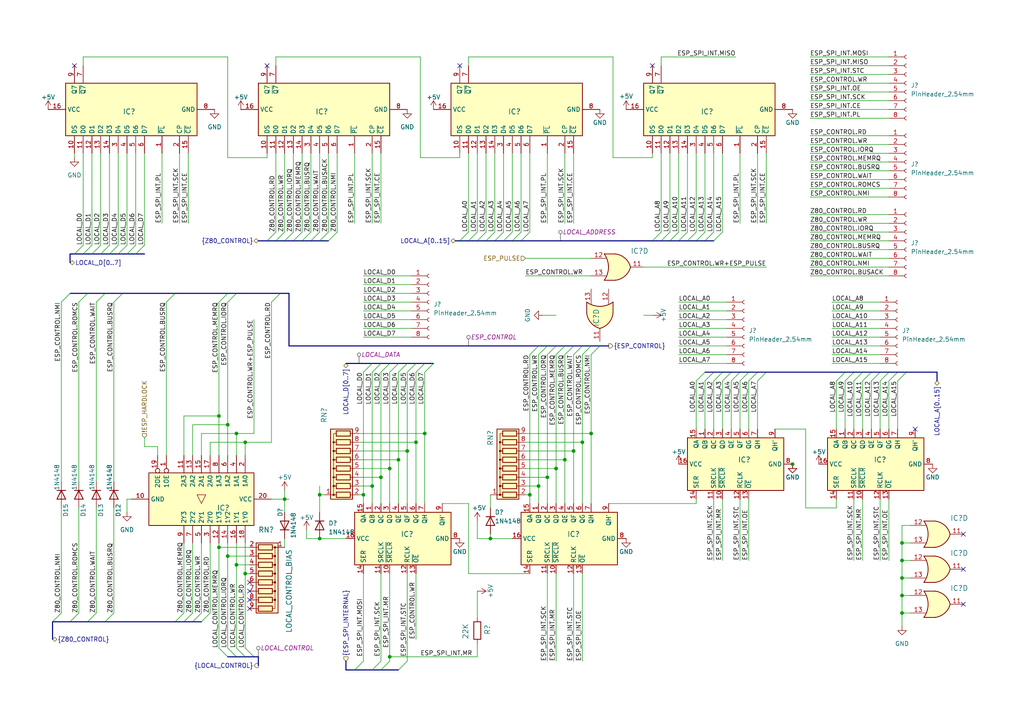
<source format=kicad_sch>
(kicad_sch (version 20230121) (generator eeschema)
  (paper "A4")
  (title_block (title "FujiNet Z80Bus reference design") (date "2023-05-13") (rev "0.1") (company "FujiNet") (comment 1 "Refactor this into sub schems to manage the mess") (comment 2 "SPI Bus to couple the ESP32 to the Local Bus and Z80 Bus"))
  (bus_alias "ESP_SPI_INTERNAL" (members "ESP_SPI_INT.MOSI" "ESP_SPI_INT.SCK" "ESP_SPI_INT.MR" "ESP_SPI_INT.STC" "ESP_SPI_INT.CE" "ESP_SPI_INT.PL" "ESP_SPI_INT.MISO" "ESP_SPI_INT.OE" ""))
  (bus_alias "ESP_CONTROL" (members "ESP_CONTROL.RD" "ESP_CONTROL.WR" "ESP_CONTROL.IORQ" "ESP_CONTROL.MEMRQ" "ESP_CONTROL.BUSRQ" "ESP_CONTROL.WAIT" "ESP_CONTROL.ROMCS" "ESP_CONTROL.NMI"))
  (junction (at 168.91 128.27))
  (junction (at 153.67 143.51))
  (junction (at 261.62 177.8))
  (junction (at 92.71 156.21))
  (junction (at 120.65 128.27))
  (junction (at 63.5 120.65))
  (junction (at 71.12 128.27))
  (junction (at 113.03 135.89))
  (junction (at 105.41 143.51))
  (junction (at 261.62 167.64))
  (junction (at 261.62 162.56))
  (junction (at 142.24 156.21))
  (junction (at 66.04 161.29))
  (junction (at 156.21 140.97))
  (junction (at 110.49 138.43))
  (junction (at 66.04 123.19))
  (junction (at 68.58 125.73))
  (junction (at 261.62 172.72))
  (junction (at 82.55 144.78))
  (junction (at 166.37 130.81))
  (junction (at 163.83 133.35))
  (junction (at 118.11 130.81))
  (junction (at 229.87 134.62))
  (junction (at 71.12 166.37))
  (junction (at 171.45 125.73))
  (junction (at 63.5 158.75))
  (junction (at 107.95 140.97))
  (junction (at 261.62 157.48))
  (junction (at 158.75 138.43))
  (junction (at 68.58 163.83))
  (junction (at 123.19 125.73))
  (junction (at 113.03 190.5))
  (junction (at 115.57 133.35))
  (junction (at 92.71 143.51))
  (junction (at 161.29 135.89))
  (no_connect (at 265.43 124.46))
  (no_connect (at 21.59 19.05))
  (no_connect (at 72.39 176.53))
  (no_connect (at 189.23 19.05))
  (no_connect (at 279.4 175.26))
  (no_connect (at 77.47 19.05))
  (no_connect (at 72.39 171.45))
  (no_connect (at 72.39 173.99))
  (no_connect (at 279.4 154.94))
  (no_connect (at 72.39 168.91))
  (no_connect (at 133.35 19.05))
  (no_connect (at 279.4 165.1))
  (bus_entry (at 107.95 194.31) (size 2.54 -2.54))
  (bus_entry (at 135.89 69.85) (size 2.54 -2.54))
  (bus_entry (at 138.43 69.85) (size 2.54 -2.54))
  (bus_entry (at 153.67 102.87) (size 2.54 -2.54))
  (bus_entry (at 207.01 69.85) (size 2.54 -2.54))
  (bus_entry (at 151.13 69.85) (size 2.54 -2.54))
  (bus_entry (at 55.88 177.8) (size -2.54 2.54))
  (bus_entry (at 257.81 110.49) (size 2.54 -2.54))
  (bus_entry (at 245.11 110.49) (size 2.54 -2.54))
  (bus_entry (at 34.29 73.66) (size 2.54 -2.54))
  (bus_entry (at 204.47 110.49) (size 2.54 -2.54))
  (bus_entry (at 250.19 110.49) (size 2.54 -2.54))
  (bus_entry (at 209.55 110.49) (size 2.54 -2.54))
  (bus_entry (at 30.48 85.09) (size -2.54 2.54))
  (bus_entry (at 33.02 177.8) (size -2.54 2.54))
  (bus_entry (at 115.57 107.95) (size 2.54 -2.54))
  (bus_entry (at 50.8 85.09) (size -2.54 2.54))
  (bus_entry (at 212.09 110.49) (size 2.54 -2.54))
  (bus_entry (at 90.17 69.85) (size 2.54 -2.54))
  (bus_entry (at 118.11 107.95) (size 2.54 -2.54))
  (bus_entry (at 71.12 187.96) (size 2.54 2.54))
  (bus_entry (at 120.65 107.95) (size 2.54 -2.54))
  (bus_entry (at 66.04 187.96) (size 2.54 2.54))
  (bus_entry (at 140.97 69.85) (size 2.54 -2.54))
  (bus_entry (at 156.21 102.87) (size 2.54 -2.54))
  (bus_entry (at 81.28 85.09) (size -2.54 2.54))
  (bus_entry (at 115.57 194.31) (size 2.54 -2.54))
  (bus_entry (at 113.03 107.95) (size 2.54 -2.54))
  (bus_entry (at 217.17 110.49) (size 2.54 -2.54))
  (bus_entry (at 204.47 69.85) (size 2.54 -2.54))
  (bus_entry (at 252.73 110.49) (size 2.54 -2.54))
  (bus_entry (at 68.58 187.96) (size 2.54 2.54))
  (bus_entry (at 199.39 69.85) (size 2.54 -2.54))
  (bus_entry (at 60.96 177.8) (size -2.54 2.54))
  (bus_entry (at 39.37 73.66) (size 2.54 -2.54))
  (bus_entry (at 77.47 69.85) (size 2.54 -2.54))
  (bus_entry (at 68.58 85.09) (size -2.54 2.54))
  (bus_entry (at 168.91 102.87) (size 2.54 -2.54))
  (bus_entry (at 107.95 107.95) (size 2.54 -2.54))
  (bus_entry (at 29.21 73.66) (size 2.54 -2.54))
  (bus_entry (at 20.32 85.09) (size -2.54 2.54))
  (bus_entry (at 171.45 102.87) (size 2.54 -2.54))
  (bus_entry (at 201.93 69.85) (size 2.54 -2.54))
  (bus_entry (at 24.13 73.66) (size 2.54 -2.54))
  (bus_entry (at 58.42 177.8) (size -2.54 2.54))
  (bus_entry (at 255.27 110.49) (size 2.54 -2.54))
  (bus_entry (at 189.23 69.85) (size 2.54 -2.54))
  (bus_entry (at 22.86 177.8) (size -2.54 2.54))
  (bus_entry (at 260.35 110.49) (size 2.54 -2.54))
  (bus_entry (at 158.75 102.87) (size 2.54 -2.54))
  (bus_entry (at 63.5 187.96) (size 2.54 2.54))
  (bus_entry (at 66.04 85.09) (size -2.54 2.54))
  (bus_entry (at 21.59 73.66) (size 2.54 -2.54))
  (bus_entry (at 105.41 107.95) (size 2.54 -2.54))
  (bus_entry (at 95.25 69.85) (size 2.54 -2.54))
  (bus_entry (at 207.01 110.49) (size 2.54 -2.54))
  (bus_entry (at 201.93 110.49) (size 2.54 -2.54))
  (bus_entry (at 85.09 69.85) (size 2.54 -2.54))
  (bus_entry (at 146.05 69.85) (size 2.54 -2.54))
  (bus_entry (at 191.77 69.85) (size 2.54 -2.54))
  (bus_entry (at 35.56 85.09) (size -2.54 2.54))
  (bus_entry (at 163.83 102.87) (size 2.54 -2.54))
  (bus_entry (at 26.67 73.66) (size 2.54 -2.54))
  (bus_entry (at 80.01 69.85) (size 2.54 -2.54))
  (bus_entry (at 196.85 69.85) (size 2.54 -2.54))
  (bus_entry (at 87.63 69.85) (size 2.54 -2.54))
  (bus_entry (at 110.49 194.31) (size 2.54 -2.54))
  (bus_entry (at 123.19 107.95) (size 2.54 -2.54))
  (bus_entry (at 53.34 177.8) (size -2.54 2.54))
  (bus_entry (at 194.31 69.85) (size 2.54 -2.54))
  (bus_entry (at 25.4 85.09) (size -2.54 2.54))
  (bus_entry (at 36.83 73.66) (size 2.54 -2.54))
  (bus_entry (at 161.29 102.87) (size 2.54 -2.54))
  (bus_entry (at 133.35 69.85) (size 2.54 -2.54))
  (bus_entry (at 27.94 177.8) (size -2.54 2.54))
  (bus_entry (at 214.63 110.49) (size 2.54 -2.54))
  (bus_entry (at 82.55 69.85) (size 2.54 -2.54))
  (bus_entry (at 247.65 110.49) (size 2.54 -2.54))
  (bus_entry (at 110.49 107.95) (size 2.54 -2.54))
  (bus_entry (at 219.71 110.49) (size 2.54 -2.54))
  (bus_entry (at 166.37 102.87) (size 2.54 -2.54))
  (bus_entry (at 31.75 73.66) (size 2.54 -2.54))
  (bus_entry (at 17.78 177.8) (size -2.54 2.54))
  (bus_entry (at 92.71 69.85) (size 2.54 -2.54))
  (bus_entry (at 143.51 69.85) (size 2.54 -2.54))
  (bus_entry (at 102.87 194.31) (size 2.54 -2.54))
  (bus_entry (at 148.59 69.85) (size 2.54 -2.54))
  (bus_entry (at 242.57 110.49) (size 2.54 -2.54))
  (bus (pts (xy 115.57 105.41) (xy 118.11 105.41)))
  (wire (pts (xy 163.83 102.87) (xy 163.83 133.35)))
  (wire (pts (xy 257.81 26.67) (xy 234.95 26.67)))
  (wire (pts (xy 123.19 125.73) (xy 123.19 146.05)))
  (wire (pts (xy 261.62 167.64) (xy 261.62 162.56)))
  (wire (pts (xy 36.83 148.59) (xy 36.83 144.78)))
  (wire (pts (xy 264.16 172.72) (xy 261.62 172.72)))
  (bus (pts (xy 15.24 180.34) (xy 20.32 180.34)))
  (bus (pts (xy 191.77 69.85) (xy 194.31 69.85)))
  (wire (pts (xy 92.71 143.51) (xy 92.71 148.59)))
  (wire (pts (xy 255.27 90.17) (xy 241.3 90.17)))
  (wire (pts (xy 255.27 162.56) (xy 255.27 144.78)))
  (wire (pts (xy 138.43 67.31) (xy 138.43 44.45)))
  (wire (pts (xy 257.81 74.93) (xy 234.95 74.93)))
  (bus (pts (xy 250.19 107.95) (xy 252.73 107.95)))
  (wire (pts (xy 201.93 124.46) (xy 201.93 110.49)))
  (wire (pts (xy 158.75 64.77) (xy 158.75 44.45)))
  (bus (pts (xy 29.21 73.66) (xy 31.75 73.66)))
  (wire (pts (xy 152.4 143.51) (xy 153.67 143.51)))
  (wire (pts (xy 138.43 151.13) (xy 138.43 156.21)))
  (wire (pts (xy 161.29 135.89) (xy 161.29 146.05)))
  (wire (pts (xy 68.58 125.73) (xy 68.58 132.08)))
  (bus (pts (xy 100.33 194.31) (xy 100.33 191.77)))
  (wire (pts (xy 153.67 67.31) (xy 153.67 44.45)))
  (bus (pts (xy 80.01 69.85) (xy 82.55 69.85)))
  (wire (pts (xy 135.89 146.05) (xy 135.89 166.37)))
  (wire (pts (xy 24.13 16.51) (xy 66.04 16.51)))
  (wire (pts (xy 264.16 157.48) (xy 261.62 157.48)))
  (wire (pts (xy 115.57 133.35) (xy 104.14 133.35)))
  (bus (pts (xy 247.65 107.95) (xy 250.19 107.95)))
  (wire (pts (xy 207.01 67.31) (xy 207.01 44.45)))
  (bus (pts (xy 20.32 73.66) (xy 20.32 76.2)))
  (wire (pts (xy 171.45 102.87) (xy 171.45 125.73)))
  (bus (pts (xy 217.17 107.95) (xy 219.71 107.95)))
  (bus (pts (xy 110.49 105.41) (xy 113.03 105.41)))
  (bus (pts (xy 82.55 69.85) (xy 85.09 69.85)))
  (wire (pts (xy 88.9 156.21) (xy 92.71 156.21)))
  (wire (pts (xy 217.17 162.56) (xy 217.17 144.78)))
  (wire (pts (xy 82.55 44.45) (xy 82.55 67.31)))
  (wire (pts (xy 142.24 143.51) (xy 142.24 147.32)))
  (bus (pts (xy 39.37 73.66) (xy 41.91 73.66)))
  (wire (pts (xy 135.89 16.51) (xy 135.89 19.05)))
  (wire (pts (xy 242.57 144.78) (xy 242.57 147.32)))
  (wire (pts (xy 110.49 138.43) (xy 110.49 146.05)))
  (wire (pts (xy 53.34 120.65) (xy 63.5 120.65)))
  (wire (pts (xy 60.96 157.48) (xy 60.96 177.8)))
  (wire (pts (xy 196.85 67.31) (xy 196.85 44.45)))
  (bus (pts (xy 24.13 73.66) (xy 26.67 73.66)))
  (wire (pts (xy 55.88 123.19) (xy 55.88 132.08)))
  (wire (pts (xy 113.03 190.5) (xy 138.43 190.5)))
  (bus (pts (xy 148.59 69.85) (xy 151.13 69.85)))
  (wire (pts (xy 113.03 190.5) (xy 113.03 166.37)))
  (wire (pts (xy 166.37 102.87) (xy 166.37 130.81)))
  (wire (pts (xy 33.02 87.63) (xy 33.02 139.7)))
  (wire (pts (xy 119.38 97.79) (xy 105.41 97.79)))
  (wire (pts (xy 210.82 105.41) (xy 196.85 105.41)))
  (wire (pts (xy 255.27 95.25) (xy 241.3 95.25)))
  (wire (pts (xy 105.41 166.37) (xy 105.41 191.77)))
  (wire (pts (xy 166.37 191.77) (xy 166.37 166.37)))
  (wire (pts (xy 233.68 124.46) (xy 224.79 124.46)))
  (wire (pts (xy 209.55 124.46) (xy 209.55 110.49)))
  (wire (pts (xy 257.81 67.31) (xy 234.95 67.31)))
  (bus (pts (xy 209.55 107.95) (xy 212.09 107.95)))
  (bus (pts (xy 140.97 69.85) (xy 143.51 69.85)))
  (wire (pts (xy 135.89 67.31) (xy 135.89 44.45)))
  (wire (pts (xy 110.49 64.77) (xy 110.49 44.45)))
  (wire (pts (xy 138.43 190.5) (xy 138.43 186.69)))
  (bus (pts (xy 166.37 100.33) (xy 168.91 100.33)))
  (wire (pts (xy 222.25 64.77) (xy 222.25 44.45)))
  (wire (pts (xy 156.21 140.97) (xy 152.4 140.97)))
  (wire (pts (xy 46.99 64.77) (xy 46.99 44.45)))
  (bus (pts (xy 118.11 105.41) (xy 120.65 105.41)))
  (wire (pts (xy 214.63 162.56) (xy 214.63 144.78)))
  (wire (pts (xy 257.81 57.15) (xy 234.95 57.15)))
  (wire (pts (xy 152.4 138.43) (xy 158.75 138.43)))
  (wire (pts (xy 214.63 64.77) (xy 214.63 44.45)))
  (wire (pts (xy 161.29 102.87) (xy 161.29 135.89)))
  (wire (pts (xy 142.24 156.21) (xy 148.59 156.21)))
  (wire (pts (xy 143.51 67.31) (xy 143.51 44.45)))
  (wire (pts (xy 104.14 143.51) (xy 105.41 143.51)))
  (wire (pts (xy 66.04 123.19) (xy 66.04 132.08)))
  (wire (pts (xy 88.9 153.67) (xy 88.9 156.21)))
  (wire (pts (xy 210.82 90.17) (xy 196.85 90.17)))
  (wire (pts (xy 158.75 191.77) (xy 158.75 166.37)))
  (wire (pts (xy 77.47 45.72) (xy 77.47 44.45)))
  (wire (pts (xy 168.91 191.77) (xy 168.91 166.37)))
  (wire (pts (xy 152.4 135.89) (xy 161.29 135.89)))
  (wire (pts (xy 66.04 161.29) (xy 72.39 161.29)))
  (bus (pts (xy 168.91 100.33) (xy 171.45 100.33)))
  (wire (pts (xy 255.27 87.63) (xy 241.3 87.63)))
  (wire (pts (xy 73.66 125.73) (xy 68.58 125.73)))
  (wire (pts (xy 107.95 140.97) (xy 104.14 140.97)))
  (wire (pts (xy 247.65 162.56) (xy 247.65 144.78)))
  (wire (pts (xy 53.34 120.65) (xy 53.34 132.08)))
  (bus (pts (xy 100.33 105.41) (xy 107.95 105.41)))
  (bus (pts (xy 90.17 69.85) (xy 92.71 69.85)))
  (wire (pts (xy 261.62 162.56) (xy 264.16 162.56)))
  (wire (pts (xy 71.12 157.48) (xy 71.12 166.37)))
  (wire (pts (xy 158.75 138.43) (xy 158.75 146.05)))
  (wire (pts (xy 55.88 123.19) (xy 66.04 123.19)))
  (wire (pts (xy 210.82 97.79) (xy 196.85 97.79)))
  (wire (pts (xy 71.12 166.37) (xy 71.12 187.96)))
  (wire (pts (xy 107.95 107.95) (xy 107.95 140.97)))
  (bus (pts (xy 123.19 105.41) (xy 125.73 105.41)))
  (wire (pts (xy 27.94 87.63) (xy 27.94 139.7)))
  (wire (pts (xy 92.71 143.51) (xy 93.98 143.51)))
  (wire (pts (xy 48.26 87.63) (xy 48.26 132.08)))
  (wire (pts (xy 58.42 125.73) (xy 68.58 125.73)))
  (wire (pts (xy 133.35 45.72) (xy 133.35 44.45)))
  (wire (pts (xy 257.81 54.61) (xy 234.95 54.61)))
  (wire (pts (xy 157.48 91.44) (xy 161.29 91.44)))
  (wire (pts (xy 146.05 67.31) (xy 146.05 44.45)))
  (wire (pts (xy 233.68 147.32) (xy 242.57 147.32)))
  (wire (pts (xy 257.81 52.07) (xy 234.95 52.07)))
  (wire (pts (xy 153.67 143.51) (xy 153.67 146.05)))
  (wire (pts (xy 194.31 67.31) (xy 194.31 44.45)))
  (wire (pts (xy 151.13 67.31) (xy 151.13 44.45)))
  (bus (pts (xy 107.95 105.41) (xy 110.49 105.41)))
  (wire (pts (xy 120.65 185.42) (xy 120.65 166.37)))
  (bus (pts (xy 260.35 107.95) (xy 262.89 107.95)))
  (bus (pts (xy 133.35 69.85) (xy 135.89 69.85)))
  (wire (pts (xy 257.81 72.39) (xy 234.95 72.39)))
  (wire (pts (xy 234.95 34.29) (xy 257.81 34.29)))
  (wire (pts (xy 110.49 138.43) (xy 104.14 138.43)))
  (wire (pts (xy 82.55 144.78) (xy 83.82 144.78)))
  (wire (pts (xy 209.55 162.56) (xy 209.55 144.78)))
  (wire (pts (xy 119.38 80.01) (xy 105.41 80.01)))
  (bus (pts (xy 138.43 69.85) (xy 140.97 69.85)))
  (wire (pts (xy 68.58 163.83) (xy 72.39 163.83)))
  (bus (pts (xy 146.05 69.85) (xy 148.59 69.85)))
  (wire (pts (xy 66.04 16.51) (xy 66.04 45.72)))
  (wire (pts (xy 63.5 158.75) (xy 63.5 187.96)))
  (wire (pts (xy 34.29 71.12) (xy 34.29 44.45)))
  (bus (pts (xy 204.47 69.85) (xy 207.01 69.85)))
  (wire (pts (xy 261.62 181.61) (xy 261.62 177.8)))
  (wire (pts (xy 207.01 124.46) (xy 207.01 110.49)))
  (wire (pts (xy 234.95 49.53) (xy 257.81 49.53)))
  (wire (pts (xy 102.87 64.77) (xy 102.87 44.45)))
  (wire (pts (xy 71.12 166.37) (xy 72.39 166.37)))
  (bus (pts (xy 68.58 85.09) (xy 66.04 85.09)))
  (wire (pts (xy 250.19 162.56) (xy 250.19 144.78)))
  (wire (pts (xy 212.09 124.46) (xy 212.09 110.49)))
  (wire (pts (xy 27.94 147.32) (xy 27.94 177.8)))
  (bus (pts (xy 201.93 69.85) (xy 204.47 69.85)))
  (wire (pts (xy 152.4 133.35) (xy 163.83 133.35)))
  (wire (pts (xy 161.29 166.37) (xy 161.29 191.77)))
  (wire (pts (xy 255.27 102.87) (xy 241.3 102.87)))
  (wire (pts (xy 177.8 45.72) (xy 189.23 45.72)))
  (wire (pts (xy 92.71 140.97) (xy 92.71 143.51)))
  (bus (pts (xy 173.99 100.33) (xy 176.53 100.33)))
  (wire (pts (xy 22.86 87.63) (xy 22.86 139.7)))
  (wire (pts (xy 210.82 87.63) (xy 196.85 87.63)))
  (wire (pts (xy 121.92 45.72) (xy 121.92 16.51)))
  (wire (pts (xy 261.62 157.48) (xy 261.62 162.56)))
  (wire (pts (xy 80.01 44.45) (xy 80.01 67.31)))
  (wire (pts (xy 213.36 16.51) (xy 191.77 16.51)))
  (bus (pts (xy 25.4 85.09) (xy 20.32 85.09)))
  (bus (pts (xy 151.13 69.85) (xy 189.23 69.85)))
  (wire (pts (xy 156.21 140.97) (xy 156.21 146.05)))
  (bus (pts (xy 219.71 107.95) (xy 222.25 107.95)))
  (wire (pts (xy 92.71 44.45) (xy 92.71 67.31)))
  (wire (pts (xy 257.81 80.01) (xy 234.95 80.01)))
  (wire (pts (xy 119.38 87.63) (xy 105.41 87.63)))
  (wire (pts (xy 85.09 44.45) (xy 85.09 67.31)))
  (wire (pts (xy 39.37 71.12) (xy 39.37 44.45)))
  (wire (pts (xy 78.74 144.78) (xy 82.55 144.78)))
  (bus (pts (xy 257.81 107.95) (xy 260.35 107.95)))
  (wire (pts (xy 119.38 85.09) (xy 105.41 85.09)))
  (bus (pts (xy 21.59 73.66) (xy 24.13 73.66)))
  (wire (pts (xy 82.55 156.21) (xy 82.55 158.75)))
  (wire (pts (xy 90.17 44.45) (xy 90.17 67.31)))
  (wire (pts (xy 260.35 124.46) (xy 260.35 110.49)))
  (wire (pts (xy 22.86 147.32) (xy 22.86 177.8)))
  (wire (pts (xy 52.07 64.77) (xy 52.07 44.45)))
  (wire (pts (xy 171.45 80.01) (xy 152.4 80.01)))
  (bus (pts (xy 161.29 100.33) (xy 163.83 100.33)))
  (wire (pts (xy 168.91 102.87) (xy 168.91 128.27)))
  (wire (pts (xy 234.95 31.75) (xy 257.81 31.75)))
  (bus (pts (xy 50.8 180.34) (xy 30.48 180.34)))
  (bus (pts (xy 31.75 73.66) (xy 34.29 73.66)))
  (bus (pts (xy 120.65 105.41) (xy 123.19 105.41)))
  (wire (pts (xy 252.73 124.46) (xy 252.73 110.49)))
  (bus (pts (xy 34.29 73.66) (xy 36.83 73.66)))
  (wire (pts (xy 123.19 125.73) (xy 104.14 125.73)))
  (wire (pts (xy 168.91 128.27) (xy 168.91 146.05)))
  (bus (pts (xy 81.28 85.09) (xy 68.58 85.09)))
  (wire (pts (xy 105.41 143.51) (xy 105.41 146.05)))
  (wire (pts (xy 176.53 146.05) (xy 201.93 146.05)))
  (bus (pts (xy 30.48 85.09) (xy 25.4 85.09)))
  (wire (pts (xy 58.42 125.73) (xy 58.42 132.08)))
  (wire (pts (xy 119.38 90.17) (xy 105.41 90.17)))
  (wire (pts (xy 142.24 154.94) (xy 142.24 156.21)))
  (wire (pts (xy 105.41 107.95) (xy 105.41 143.51)))
  (wire (pts (xy 257.81 162.56) (xy 257.81 144.78)))
  (wire (pts (xy 41.91 127) (xy 41.91 129.54)))
  (bus (pts (xy 194.31 69.85) (xy 196.85 69.85)))
  (wire (pts (xy 135.89 146.05) (xy 128.27 146.05)))
  (wire (pts (xy 257.81 124.46) (xy 257.81 110.49)))
  (wire (pts (xy 71.12 128.27) (xy 71.12 132.08)))
  (wire (pts (xy 119.38 95.25) (xy 105.41 95.25)))
  (wire (pts (xy 120.65 107.95) (xy 120.65 128.27)))
  (bus (pts (xy 132.08 69.85) (xy 133.35 69.85)))
  (wire (pts (xy 148.59 67.31) (xy 148.59 44.45)))
  (wire (pts (xy 17.78 147.32) (xy 17.78 177.8)))
  (wire (pts (xy 152.4 128.27) (xy 168.91 128.27)))
  (wire (pts (xy 210.82 92.71) (xy 196.85 92.71)))
  (wire (pts (xy 166.37 64.77) (xy 166.37 44.45)))
  (wire (pts (xy 234.95 24.13) (xy 257.81 24.13)))
  (wire (pts (xy 186.69 77.47) (xy 222.25 77.47)))
  (bus (pts (xy 143.51 69.85) (xy 146.05 69.85)))
  (bus (pts (xy 20.32 73.66) (xy 21.59 73.66)))
  (wire (pts (xy 110.49 191.77) (xy 110.49 166.37)))
  (wire (pts (xy 191.77 67.31) (xy 191.77 44.45)))
  (wire (pts (xy 24.13 19.05) (xy 24.13 16.51)))
  (wire (pts (xy 234.95 41.91) (xy 257.81 41.91)))
  (wire (pts (xy 255.27 92.71) (xy 241.3 92.71)))
  (wire (pts (xy 219.71 64.77) (xy 219.71 44.45)))
  (wire (pts (xy 207.01 162.56) (xy 207.01 144.78)))
  (bus (pts (xy 83.82 85.09) (xy 81.28 85.09)))
  (bus (pts (xy 92.71 69.85) (xy 95.25 69.85)))
  (bus (pts (xy 222.25 107.95) (xy 245.11 107.95)))
  (wire (pts (xy 78.74 128.27) (xy 71.12 128.27)))
  (wire (pts (xy 138.43 156.21) (xy 142.24 156.21)))
  (bus (pts (xy 26.67 73.66) (xy 29.21 73.66)))
  (wire (pts (xy 234.95 69.85) (xy 257.81 69.85)))
  (wire (pts (xy 120.65 128.27) (xy 120.65 146.05)))
  (wire (pts (xy 41.91 129.54) (xy 45.72 129.54)))
  (wire (pts (xy 41.91 71.12) (xy 41.91 44.45)))
  (wire (pts (xy 261.62 167.64) (xy 261.62 172.72)))
  (wire (pts (xy 261.62 172.72) (xy 261.62 177.8)))
  (bus (pts (xy 207.01 107.95) (xy 209.55 107.95)))
  (wire (pts (xy 120.65 128.27) (xy 104.14 128.27)))
  (wire (pts (xy 264.16 167.64) (xy 261.62 167.64)))
  (wire (pts (xy 153.67 102.87) (xy 153.67 143.51)))
  (wire (pts (xy 63.5 157.48) (xy 63.5 158.75)))
  (wire (pts (xy 166.37 130.81) (xy 166.37 146.05)))
  (wire (pts (xy 29.21 71.12) (xy 29.21 44.45)))
  (wire (pts (xy 135.89 166.37) (xy 153.67 166.37)))
  (wire (pts (xy 115.57 133.35) (xy 115.57 146.05)))
  (bus (pts (xy 77.47 69.85) (xy 80.01 69.85)))
  (wire (pts (xy 140.97 67.31) (xy 140.97 44.45)))
  (bus (pts (xy 214.63 107.95) (xy 217.17 107.95)))
  (wire (pts (xy 264.16 152.4) (xy 261.62 152.4)))
  (bus (pts (xy 196.85 69.85) (xy 199.39 69.85)))
  (wire (pts (xy 60.96 128.27) (xy 60.96 132.08)))
  (wire (pts (xy 107.95 140.97) (xy 107.95 146.05)))
  (wire (pts (xy 209.55 67.31) (xy 209.55 44.45)))
  (wire (pts (xy 210.82 95.25) (xy 196.85 95.25)))
  (wire (pts (xy 17.78 87.63) (xy 17.78 139.7)))
  (bus (pts (xy 255.27 107.95) (xy 257.81 107.95)))
  (wire (pts (xy 118.11 130.81) (xy 118.11 146.05)))
  (wire (pts (xy 255.27 97.79) (xy 241.3 97.79)))
  (wire (pts (xy 36.83 144.78) (xy 38.1 144.78)))
  (bus (pts (xy 74.93 69.85) (xy 77.47 69.85)))
  (wire (pts (xy 199.39 67.31) (xy 199.39 44.45)))
  (wire (pts (xy 163.83 64.77) (xy 163.83 44.45)))
  (wire (pts (xy 234.95 39.37) (xy 257.81 39.37)))
  (wire (pts (xy 97.79 44.45) (xy 97.79 67.31)))
  (wire (pts (xy 123.19 107.95) (xy 123.19 125.73)))
  (wire (pts (xy 133.35 45.72) (xy 121.92 45.72)))
  (wire (pts (xy 80.01 16.51) (xy 121.92 16.51)))
  (wire (pts (xy 257.81 64.77) (xy 234.95 64.77)))
  (wire (pts (xy 186.69 91.44) (xy 189.23 91.44)))
  (bus (pts (xy 171.45 100.33) (xy 173.99 100.33)))
  (bus (pts (xy 30.48 180.34) (xy 25.4 180.34)))
  (wire (pts (xy 68.58 157.48) (xy 68.58 163.83)))
  (wire (pts (xy 66.04 161.29) (xy 66.04 187.96)))
  (bus (pts (xy 113.03 105.41) (xy 115.57 105.41)))
  (bus (pts (xy 102.87 194.31) (xy 100.33 194.31)))
  (bus (pts (xy 83.82 100.33) (xy 156.21 100.33)))
  (bus (pts (xy 163.83 100.33) (xy 166.37 100.33)))
  (wire (pts (xy 58.42 157.48) (xy 58.42 177.8)))
  (bus (pts (xy 85.09 69.85) (xy 87.63 69.85)))
  (bus (pts (xy 204.47 107.95) (xy 207.01 107.95)))
  (wire (pts (xy 66.04 123.19) (xy 66.04 87.63)))
  (wire (pts (xy 234.95 21.59) (xy 257.81 21.59)))
  (wire (pts (xy 113.03 107.95) (xy 113.03 135.89)))
  (bus (pts (xy 245.11 107.95) (xy 247.65 107.95)))
  (wire (pts (xy 68.58 163.83) (xy 68.58 187.96)))
  (wire (pts (xy 233.68 124.46) (xy 233.68 147.32)))
  (bus (pts (xy 74.93 190.5) (xy 73.66 190.5)))
  (wire (pts (xy 255.27 100.33) (xy 241.3 100.33)))
  (bus (pts (xy 36.83 73.66) (xy 39.37 73.66)))
  (wire (pts (xy 63.5 120.65) (xy 63.5 87.63)))
  (bus (pts (xy 50.8 85.09) (xy 35.56 85.09)))
  (wire (pts (xy 21.59 45.72) (xy 21.59 44.45)))
  (wire (pts (xy 255.27 105.41) (xy 241.3 105.41)))
  (wire (pts (xy 158.75 102.87) (xy 158.75 138.43)))
  (bus (pts (xy 83.82 85.09) (xy 83.82 100.33)))
  (wire (pts (xy 163.83 133.35) (xy 163.83 146.05)))
  (wire (pts (xy 82.55 148.59) (xy 82.55 144.78)))
  (bus (pts (xy 66.04 85.09) (xy 50.8 85.09)))
  (wire (pts (xy 234.95 46.99) (xy 257.81 46.99)))
  (wire (pts (xy 36.83 71.12) (xy 36.83 44.45)))
  (bus (pts (xy 271.78 110.49) (xy 271.78 107.95)))
  (wire (pts (xy 87.63 67.31) (xy 87.63 44.45)))
  (bus (pts (xy 58.42 180.34) (xy 55.88 180.34)))
  (wire (pts (xy 118.11 191.77) (xy 118.11 166.37)))
  (bus (pts (xy 252.73 107.95) (xy 255.27 107.95)))
  (wire (pts (xy 55.88 157.48) (xy 55.88 177.8)))
  (wire (pts (xy 257.81 77.47) (xy 234.95 77.47)))
  (wire (pts (xy 66.04 45.72) (xy 77.47 45.72)))
  (wire (pts (xy 113.03 191.77) (xy 113.03 190.5)))
  (bus (pts (xy 74.93 193.04) (xy 74.93 190.5)))
  (wire (pts (xy 156.21 102.87) (xy 156.21 140.97)))
  (bus (pts (xy 35.56 85.09) (xy 30.48 85.09)))
  (wire (pts (xy 261.62 177.8) (xy 264.16 177.8)))
  (wire (pts (xy 257.81 62.23) (xy 234.95 62.23)))
  (wire (pts (xy 171.45 74.93) (xy 152.4 74.93)))
  (wire (pts (xy 189.23 45.72) (xy 189.23 44.45)))
  (wire (pts (xy 152.4 125.73) (xy 171.45 125.73)))
  (wire (pts (xy 152.4 130.81) (xy 166.37 130.81)))
  (wire (pts (xy 107.95 64.77) (xy 107.95 44.45)))
  (wire (pts (xy 257.81 19.05) (xy 234.95 19.05)))
  (wire (pts (xy 95.25 44.45) (xy 95.25 67.31)))
  (wire (pts (xy 234.95 44.45) (xy 257.81 44.45)))
  (wire (pts (xy 247.65 124.46) (xy 247.65 110.49)))
  (bus (pts (xy 158.75 100.33) (xy 161.29 100.33)))
  (wire (pts (xy 201.93 67.31) (xy 201.93 44.45)))
  (bus (pts (xy 25.4 180.34) (xy 20.32 180.34)))
  (bus (pts (xy 135.89 69.85) (xy 138.43 69.85)))
  (bus (pts (xy 212.09 107.95) (xy 214.63 107.95)))
  (wire (pts (xy 113.03 135.89) (xy 113.03 146.05)))
  (wire (pts (xy 66.04 157.48) (xy 66.04 161.29)))
  (wire (pts (xy 78.74 128.27) (xy 78.74 87.63)))
  (bus (pts (xy 189.23 69.85) (xy 191.77 69.85)))
  (wire (pts (xy 45.72 129.54) (xy 45.72 132.08)))
  (bus (pts (xy 73.66 190.5) (xy 71.12 190.5)))
  (wire (pts (xy 119.38 82.55) (xy 105.41 82.55)))
  (wire (pts (xy 210.82 102.87) (xy 196.85 102.87)))
  (wire (pts (xy 115.57 107.95) (xy 115.57 133.35)))
  (wire (pts (xy 24.13 71.12) (xy 24.13 44.45)))
  (wire (pts (xy 118.11 107.95) (xy 118.11 130.81)))
  (wire (pts (xy 191.77 16.51) (xy 191.77 19.05)))
  (bus (pts (xy 87.63 69.85) (xy 90.17 69.85)))
  (wire (pts (xy 255.27 124.46) (xy 255.27 110.49)))
  (bus (pts (xy 199.39 69.85) (xy 201.93 69.85)))
  (wire (pts (xy 31.75 71.12) (xy 31.75 44.45)))
  (bus (pts (xy 55.88 180.34) (xy 53.34 180.34)))
  (wire (pts (xy 250.19 124.46) (xy 250.19 110.49)))
  (wire (pts (xy 210.82 100.33) (xy 196.85 100.33)))
  (bus (pts (xy 107.95 194.31) (xy 102.87 194.31)))
  (wire (pts (xy 242.57 124.46) (xy 242.57 110.49)))
  (wire (pts (xy 138.43 171.45) (xy 138.43 179.07)))
  (wire (pts (xy 118.11 130.81) (xy 104.14 130.81)))
  (wire (pts (xy 219.71 124.46) (xy 219.71 110.49)))
  (wire (pts (xy 82.55 142.24) (xy 82.55 144.78)))
  (wire (pts (xy 63.5 158.75) (xy 72.39 158.75)))
  (wire (pts (xy 234.95 29.21) (xy 257.81 29.21)))
  (bus (pts (xy 115.57 194.31) (xy 110.49 194.31)))
  (bus (pts (xy 15.24 185.42) (xy 15.24 180.34)))
  (wire (pts (xy 63.5 120.65) (xy 63.5 132.08)))
  (wire (pts (xy 261.62 152.4) (xy 261.62 157.48)))
  (wire (pts (xy 201.93 144.78) (xy 201.93 146.05)))
  (wire (pts (xy 119.38 92.71) (xy 105.41 92.71)))
  (wire (pts (xy 204.47 67.31) (xy 204.47 44.45)))
  (wire (pts (xy 110.49 107.95) (xy 110.49 138.43)))
  (wire (pts (xy 73.66 92.71) (xy 73.66 125.73)))
  (bus (pts (xy 53.34 180.34) (xy 50.8 180.34)))
  (wire (pts (xy 53.34 157.48) (xy 53.34 177.8)))
  (bus (pts (xy 156.21 100.33) (xy 158.75 100.33)))
  (wire (pts (xy 54.61 64.77) (xy 54.61 44.45)))
  (wire (pts (xy 217.17 124.46) (xy 217.17 110.49)))
  (wire (pts (xy 33.02 147.32) (xy 33.02 177.8)))
  (wire (pts (xy 204.47 124.46) (xy 204.47 110.49)))
  (wire (pts (xy 92.71 156.21) (xy 100.33 156.21)))
  (wire (pts (xy 71.12 128.27) (xy 60.96 128.27)))
  (wire (pts (xy 135.89 16.51) (xy 177.8 16.51)))
  (wire (pts (xy 257.81 16.51) (xy 234.95 16.51)))
  (bus (pts (xy 68.58 190.5) (xy 66.04 190.5)))
  (bus (pts (xy 71.12 190.5) (xy 68.58 190.5)))
  (wire (pts (xy 26.67 71.12) (xy 26.67 44.45)))
  (bus (pts (xy 262.89 107.95) (xy 271.78 107.95)))
  (wire (pts (xy 245.11 124.46) (xy 245.11 110.49)))
  (wire (pts (xy 80.01 19.05) (xy 80.01 16.51)))
  (wire (pts (xy 171.45 125.73) (xy 171.45 146.05)))
  (wire (pts (xy 214.63 124.46) (xy 214.63 110.49)))
  (bus (pts (xy 110.49 194.31) (xy 107.95 194.31)))
  (wire (pts (xy 113.03 135.89) (xy 104.14 135.89)))
  (wire (pts (xy 177.8 16.51) (xy 177.8 45.72)))
  (label "LOCAL_D2" (at 110.49 107.95 270))
  (label "LOCAL_A8" (at 242.57 110.49 270))
  (label "LOCAL_D2" (at 29.21 71.12 90))
  (label "LOCAL_A13" (at 241.3 100.33 0))
  (label "ESP_SPI_INT.SCK" (at 234.95 29.21 0))
  (label "Z80_CONTROL.BUSRQ" (at 90.17 67.31 90))
  (label "LOCAL_D1" (at 107.95 107.95 270))
  (label "LOCAL_A11" (at 250.19 110.49 270))
  (label "LOCAL_D5" (at 105.41 92.71 0))
  (label "ESP_CONTROL.WR" (at 120.65 185.42 90))
  (label "LOCAL_D0" (at 24.13 71.12 90))
  (label "Z80_CONTROL.RD" (at 234.95 62.23 0))
  (label "LOCAL_A0" (at 196.85 87.63 0))
  (label "LOCAL_A6" (at 151.13 67.31 90))
  (label "ESP_CONTROL.IORQ" (at 66.04 87.63 270))
  (label "LOCAL_D6" (at 105.41 95.25 0))
  (label "Z80_CONTROL.WR" (at 58.42 177.8 90))
  (label "LOCAL_CONTROL.IORQ" (at 66.04 187.96 90))
  (label "LOCAL_D5" (at 36.83 71.12 90))
  (label "ESP_SPI_INT.OE" (at 217.17 162.56 90))
  (label "LOCAL_D0" (at 105.41 107.95 270))
  (label "LOCAL_D1" (at 26.67 71.12 90))
  (label "ESP_SPI_INT.PL" (at 234.95 34.29 0))
  (label "LOCAL_D3" (at 113.03 107.95 270))
  (label "Z80_CONTROL.MEMRQ" (at 53.34 177.8 90))
  (label "LOCAL_D7" (at 123.19 107.95 270))
  (label "ESP_CONTROL.BUSRQ" (at 48.26 87.63 270))
  (label "LOCAL_A14" (at 207.01 67.31 90))
  (label "LOCAL_A10" (at 247.65 110.49 270))
  (label "ESP_CONTROL.WR" (at 234.95 24.13 0))
  (label "ESP_CONTROL.WR" (at 234.95 41.91 0))
  (label "LOCAL_A13" (at 255.27 110.49 270))
  (label "LOCAL_D0" (at 105.41 80.01 0))
  (label "LOCAL_D6" (at 120.65 107.95 270))
  (label "LOCAL_A9" (at 194.31 67.31 90))
  (label "LOCAL_A2" (at 140.97 67.31 90))
  (label "ESP_SPI_INT.SCK" (at 163.83 64.77 90))
  (label "ESP_SPI_INT.OE" (at 257.81 162.56 90))
  (label "LOCAL_D7" (at 41.91 71.12 90))
  (label "LOCAL_A9" (at 241.3 90.17 0))
  (label "Z80_CONTROL.WR" (at 82.55 67.31 90))
  (label "LOCAL_A8" (at 241.3 87.63 0))
  (label "LOCAL_D5" (at 118.11 107.95 270))
  (label "ESP_SPI_INT.STC" (at 118.11 190.5 90))
  (label "ESP_SPI_INT.MISO" (at 213.36 16.51 180))
  (label "ESP_SPI_INT.SCK" (at 219.71 64.77 90))
  (label "LOCAL_A7" (at 153.67 67.31 90))
  (label "ESP_SPI_INT.CE" (at 54.61 64.77 90))
  (label "LOCAL_A9" (at 245.11 110.49 270))
  (label "LOCAL_A4" (at 146.05 67.31 90))
  (label "Z80_CONTROL.NMI" (at 97.79 67.31 90))
  (label "Z80_CONTROL.WAIT" (at 27.94 177.8 90))
  (label "ESP_SPI_INT.MOSI" (at 234.95 16.51 0))
  (label "ESP_CONTROL.WR" (at 152.4 80.01 0))
  (label "Z80_CONTROL.NMI" (at 17.78 177.8 90))
  (label "ESP_SPI_INT.MR" (at 113.03 187.96 90))
  (label "ESP_SPI_INT.CE" (at 166.37 64.77 90))
  (label "ESP_SPI_INT.STC" (at 166.37 191.77 90))
  (label "LOCAL_A2" (at 207.01 110.49 270))
  (label "Z80_CONTROL.IORQ" (at 85.09 67.31 90))
  (label "ESP_SPI_INT.CE" (at 110.49 64.77 90))
  (label "Z80_CONTROL.WAIT" (at 234.95 74.93 0))
  (label "LOCAL_CONTROL.RD" (at 71.12 187.96 90))
  (label "Z80_CONTROL.RD" (at 60.96 177.8 90))
  (label "Z80_CONTROL.BUSRQ" (at 234.95 72.39 0))
  (label "ESP_SPI_INT.STC" (at 234.95 21.59 0))
  (label "LOCAL_D2" (at 105.41 85.09 0))
  (label "ESP_SPI_INT.PL" (at 102.87 64.77 90))
  (label "ESP_SPI_INT.CE" (at 234.95 31.75 0))
  (label "ESP_SPI_INT.PL" (at 46.99 64.77 90))
  (label "LOCAL_D3" (at 31.75 71.12 90))
  (label "ESP_SPI_INT.OE" (at 168.91 191.77 90))
  (label "ESP_CONTROL.IORQ" (at 158.75 102.87 270))
  (label "ESP_CONTROL.ROMCS" (at 22.86 87.63 270))
  (label "LOCAL_A10" (at 241.3 92.71 0))
  (label "ESP_CONTROL.WAIT" (at 166.37 102.87 270))
  (label "ESP_CONTROL.MEMRQ" (at 161.29 102.87 270))
  (label "Z80_CONTROL.BUSACK" (at 234.95 80.01 0))
  (label "ESP_CONTROL.NMI" (at 234.95 57.15 0))
  (label "LOCAL_A1" (at 138.43 67.31 90))
  (label "LOCAL_A11" (at 199.39 67.31 90))
  (label "LOCAL_A4" (at 196.85 97.79 0))
  (label "LOCAL_A0" (at 135.89 67.31 90))
  (label "ESP_CONTROL.ROMCS" (at 234.95 54.61 0))
  (label "ESP_SPI_INT.PL" (at 158.75 64.77 90))
  (label "ESP_CONTROL.NMI" (at 17.78 87.63 270))
  (label "LOCAL_A6" (at 217.17 110.49 270))
  (label "ESP_CONTROL.RD" (at 78.74 87.63 270))
  (label "LOCAL_D7" (at 105.41 97.79 0))
  (label "ESP_SPI_INT.MR" (at 209.55 162.56 90))
  (label "ESP_CONTROL.NMI" (at 171.45 102.87 270))
  (label "LOCAL_A7" (at 219.71 110.49 270))
  (label "LOCAL_A5" (at 148.59 67.31 90))
  (label "ESP_SPI_INT.CE" (at 222.25 64.77 90))
  (label "LOCAL_A14" (at 257.81 110.49 270))
  (label "LOCAL_A11" (at 241.3 95.25 0))
  (label "ESP_CONTROL.WR" (at 156.21 102.87 270))
  (label "LOCAL_CONTROL.MEMRQ" (at 63.5 187.96 90))
  (label "ESP_SPI_INT.SCK" (at 247.65 162.56 90))
  (label "ESP_SPI_INT.MR" (at 250.19 162.56 90))
  (label "LOCAL_A2" (at 196.85 92.71 0))
  (label "Z80_CONTROL.IORQ" (at 234.95 67.31 0))
  (label "Z80_CONTROL.BUSRQ" (at 33.02 177.8 90))
  (label "LOCAL_A5" (at 214.63 110.49 270))
  (label "LOCAL_A12" (at 241.3 97.79 0))
  (label "ESP_SPI_INT.MR" (at 161.29 191.77 90))
  (label "LOCAL_A12" (at 252.73 110.49 270))
  (label "ESP_CONTROL.BUSRQ" (at 163.83 102.87 270))
  (label "LOCAL_D3" (at 105.41 87.63 0))
  (label "Z80_CONTROL.RD" (at 80.01 67.31 90))
  (label "LOCAL_A4" (at 212.09 110.49 270))
  (label "ESP_CONTROL.ROMCS" (at 168.91 102.87 270))
  (label "ESP_SPI_INT.MR" (at 121.92 190.5 0))
  (label "ESP_CONTROL.MEMRQ" (at 63.5 87.63 270))
  (label "LOCAL_A10" (at 196.85 67.31 90))
  (label "LOCAL_A8" (at 191.77 67.31 90))
  (label "ESP_SPI_INT.OE" (at 234.95 26.67 0))
  (label "LOCAL_A7" (at 196.85 105.41 0))
  (label "LOCAL_A12" (at 201.93 67.31 90))
  (label "LOCAL_A5" (at 196.85 100.33 0))
  (label "Z80_CONTROL.WAIT" (at 92.71 67.31 90))
  (label "ESP_SPI_INT.SCK" (at 207.01 162.56 90))
  (label "ESP_CONTROL.MEMRQ" (at 234.95 46.99 0))
  (label "LOCAL_A15" (at 209.55 67.31 90))
  (label "Z80_CONTROL.MEMRQ" (at 234.95 69.85 0))
  (label "ESP_CONTROL.BUSRQ" (at 33.02 87.63 270))
  (label "LOCAL_A13" (at 204.47 67.31 90))
  (label "LOCAL_D4" (at 34.29 71.12 90))
  (label "LOCAL_D4" (at 105.41 90.17 0))
  (label "LOCAL_A1" (at 204.47 110.49 270))
  (label "ESP_SPI_INT.SCK" (at 158.75 191.77 90))
  (label "ESP_SPI_INT.SCK" (at 107.95 64.77 90))
  (label "LOCAL_CONTROL.WR" (at 68.58 187.96 90))
  (label "LOCAL_A3" (at 143.51 67.31 90))
  (label "ESP_CONTROL.WAIT" (at 234.95 52.07 0))
  (label "ESP_SPI_INT.SCK" (at 110.49 190.5 90))
  (label "Z80_CONTROL.ROMCS" (at 22.86 177.8 90))
  (label "LOCAL_A15" (at 260.35 110.49 270))
  (label "ESP_CONTROL.RD" (at 153.67 102.87 270))
  (label "ESP_CONTROL.WR+ESP_PULSE" (at 73.66 92.71 270))
  (label "LOCAL_D6" (at 39.37 71.12 90))
  (label "LOCAL_A6" (at 196.85 102.87 0))
  (label "LOCAL_A1" (at 196.85 90.17 0))
  (label "Z80_CONTROL.IORQ" (at 55.88 177.8 90))
  (label "ESP_SPI_INT.MOSI" (at 105.41 190.5 90))
  (label "Z80_CONTROL.WR" (at 234.95 64.77 0))
  (label "ESP_SPI_INT.STC" (at 214.63 162.56 90))
  (label "ESP_SPI_INT.PL" (at 214.63 64.77 90))
  (label "LOCAL_A15" (at 241.3 105.41 0))
  (label "Z80_CONTROL.BUSACK" (at 95.25 67.31 90))
  (label "LOCAL_D1" (at 105.41 82.55 0))
  (label "ESP_CONTROL.RD" (at 234.95 39.37 0))
  (label "ESP_SPI_INT.MISO" (at 234.95 19.05 0))
  (label "ESP_CONTROL.WAIT" (at 27.94 87.63 270))
  (label "ESP_SPI_INT.SCK" (at 52.07 64.77 90))
  (label "LOCAL_A3" (at 209.55 110.49 270))
  (label "LOCAL_A0" (at 201.93 110.49 270))
  (label "Z80_CONTROL.NMI" (at 234.95 77.47 0))
  (label "LOCAL_D4" (at 115.57 107.95 270))
  (label "ESP_CONTROL.WR+ESP_PULSE" (at 222.25 77.47 180))
  (label "Z80_CONTROL.MEMRQ" (at 87.63 67.31 90))
  (label "ESP_CONTROL.BUSRQ" (at 234.95 49.53 0))
  (label "ESP_SPI_INT.STC" (at 255.27 162.56 90))
  (label "ESP_CONTROL.IORQ" (at 234.95 44.45 0))
  (label "LOCAL_A3" (at 196.85 95.25 0))
  (label "LOCAL_A14" (at 241.3 102.87 0))
  (hierarchical_label "LOCAL_A[0..15]" (shape bidirectional) (at 271.78 110.49 270))
  (hierarchical_label "LOCAL_D[0..7]" (shape bidirectional) (at 100.33 105.41 270))
  (hierarchical_label "{LOCAL_CONTROL}" (shape output) (at 74.93 193.04 180))
  (hierarchical_label "{Z80_CONTROL}" (shape bidirectional) (at 15.24 185.42 0))
  (hierarchical_label "LOCAL_D[0..7]" (shape bidirectional) (at 20.32 76.2 0))
  (hierarchical_label "!ESP_HARDLOCK" (shape input) (at 41.91 127 90))
  (hierarchical_label "LOCAL_A[0..15]" (shape bidirectional) (at 132.08 69.85 180))
  (hierarchical_label "ESP_PULSE" (shape input) (at 152.4 74.93 180))
  (hierarchical_label "{ESP_SPI_INTERNAL}" (shape input) (at 100.33 191.77 90))
  (hierarchical_label "{ESP_CONTROL}" (shape output) (at 176.53 100.33 0))
  (hierarchical_label "{Z80_CONTROL}" (shape bidirectional) (at 74.93 69.85 180))
  (netclass_flag "" (length 2.54) (shape round) (at 135.89 100.33 0) (property "Netclass" "ESP_CONTROL" (at 136.4996 97.79 0) (effects (font italic) (justify left))))
  (netclass_flag "" (length 2.54) (shape round) (at 74.93 190.5 0) (property "Netclass" "LOCAL_CONTROL" (at 75.5396 187.96 0) (effects (font italic) (justify left))))
  (netclass_flag "" (length 2.54) (shape round) (at 162.56 69.85 0) (property "Netclass" "LOCAL_ADDRESS" (at 163.1696 67.31 0) (effects (font italic) (justify left))))
  (netclass_flag "" (length 2.54) (shape round) (at 104.14 105.41 0) (property "Netclass" "LOCAL_DATA" (at 104.7496 102.87 0) (effects (font italic) (justify left))))
  (symbol (lib_id "Connector:Conn_01x08_Socket") (at 262.89 69.85 0) (unit 1)
    (property "Reference" "J?" (at 264.16 70.485 0) (effects (justify left)))
    (property "Value" "PinHeader_2.54mm" (at 264.16 73.025 0) (effects (justify left)))
    (property "Footprint" "Connector_PinHeader_2.54mm:PinHeader_1x08_P2.54mm_Vertical" (effects hide))
    (instances (project "FujiNet_Z80Bus_Basic" (path "" (reference "J?") (unit 1))) (project "ZXspectrum_Concept" (path "" (reference "J?") (unit 1)) (path "" (reference "J6") (unit 1))))
  )
  (symbol (lib_id "Connector:Conn_01x08_Socket") (at 262.89 46.99 0) (unit 1)
    (property "Reference" "J?" (at 264.16 47.625 0) (effects (justify left)))
    (property "Value" "PinHeader_2.54mm" (at 264.16 50.165 0) (effects (justify left)))
    (property "Footprint" "Connector_PinHeader_2.54mm:PinHeader_1x08_P2.54mm_Vertical" (effects hide))
    (instances (project "FujiNet_Z80Bus_Basic" (path "" (reference "J?") (unit 1))) (project "ZXspectrum_Concept" (path "" (reference "J?") (unit 1)) (path "" (reference "J5") (unit 1))))
  )
  (symbol (lib_id "Connector:Conn_01x08_Socket") (at 124.46 87.63 0) (unit 1)
    (property "Reference" "J?" (at 125.73 88.265 0) (effects (justify left)))
    (property "Value" "PinHeader_2.54mm" (at 125.73 90.805 0) (effects (justify left)))
    (property "Footprint" "Connector_PinHeader_2.54mm:PinHeader_1x08_P2.54mm_Vertical" (effects hide))
    (instances (project "FujiNet_Z80Bus_Basic" (path "" (reference "J?") (unit 1))) (project "ZXspectrum_Concept" (path "" (reference "J?") (unit 1)) (path "" (reference "J1") (unit 1))))
  )
  (symbol (lib_id "Connector:Conn_01x08_Socket") (at 215.9 95.25 0) (unit 1)
    (property "Reference" "J?" (at 217.17 95.885 0) (effects (justify left)))
    (property "Value" "PinHeader_2.54mm" (at 217.17 98.425 0) (effects (justify left)))
    (property "Footprint" "Connector_PinHeader_2.54mm:PinHeader_1x08_P2.54mm_Vertical" (effects hide))
    (instances (project "FujiNet_Z80Bus_Basic" (path "" (reference "J?") (unit 1))) (project "ZXspectrum_Concept" (path "" (reference "J?") (unit 1)) (path "" (reference "J2") (unit 1))))
  )
  (symbol (lib_id "Connector:Conn_01x08_Socket") (at 260.35 95.25 0) (unit 1)
    (property "Reference" "J?" (at 261.62 95.885 0) (effects (justify left)))
    (property "Value" "PinHeader_2.54mm" (at 261.62 98.425 0) (effects (justify left)))
    (property "Footprint" "Connector_PinHeader_2.54mm:PinHeader_1x08_P2.54mm_Vertical" (effects hide))
    (instances (project "FujiNet_Z80Bus_Basic" (path "" (reference "J?") (unit 1))) (project "ZXspectrum_Concept" (path "" (reference "J?") (unit 1)) (path "" (reference "J3") (unit 1))))
  )
  (symbol (lib_id "Connector:Conn_01x08_Socket") (at 262.89 24.13 0) (unit 1)
    (property "Reference" "J?" (at 264.16 24.765 0) (effects (justify left)))
    (property "Value" "PinHeader_2.54mm" (at 264.16 27.305 0) (effects (justify left)))
    (property "Footprint" "Connector_PinHeader_2.54mm:PinHeader_1x08_P2.54mm_Vertical" (effects hide))
    (instances (project "FujiNet_Z80Bus_Basic" (path "" (reference "J?") (unit 1))) (project "ZXspectrum_Concept" (path "" (reference "J?") (unit 1)) (path "" (reference "J4") (unit 1))))
  )
  (symbol (lib_id "74xx:74HC595") (at 115.57 156.21 90) (unit 1)
    (property "Reference" "IC?" (at 118.11 154.94 90) (effects (font (size 1.5 1.5))))
    (property "Value" "74595N" (effects hide))
    (property "Footprint" "Package_DIP:DIP-16_W7.62mm_Socket" (effects hide))
    (property "Datasheet" "http://www.ti.com/lit/ds/symlink/sn74hc595.pdf" (effects hide))
    (instances (project "FujiNet_Z80Bus_Basic" (path "" (reference "IC?") (unit 1))) (project "ZXspectrum_Concept" (path "" (reference "IC?") (unit 1)) (path "" (reference "IC4") (unit 1))))
  )
  (symbol (lib_id "74xx:74HC595") (at 212.09 134.62 90) (unit 1)
    (property "Reference" "IC?" (at 215.9 133.35 90) (effects (font (size 1.4986 1.4986))))
    (property "Value" "74595N" (effects hide))
    (property "Footprint" "Package_DIP:DIP-16_W7.62mm_Socket" (effects hide))
    (property "Datasheet" "http://www.ti.com/lit/ds/symlink/sn74hc595.pdf" (effects hide))
    (instances (project "FujiNet_Z80Bus_Basic" (path "" (reference "IC?") (unit 1))) (project "ZXspectrum_Concept" (path "" (reference "IC?") (unit 1)) (path "" (reference "IC9") (unit 1))))
  )
  (symbol (lib_id "74xx:74HC595") (at 252.73 134.62 90) (unit 1)
    (property "Reference" "IC?" (at 255.27 133.35 90) (effects (font (size 1.4986 1.4986))))
    (property "Value" "74595N" (effects hide))
    (property "Footprint" "Package_DIP:DIP-16_W7.62mm_Socket" (effects hide))
    (property "Datasheet" "http://www.ti.com/lit/ds/symlink/sn74hc595.pdf" (effects hide))
    (instances (project "FujiNet_Z80Bus_Basic" (path "" (reference "IC?") (unit 1))) (project "ZXspectrum_Concept" (path "" (reference "IC?") (unit 1)) (path "" (reference "IC10") (unit 1))))
  )
  (symbol (lib_id "74xx:74HC165") (at 36.83 31.75 90) (unit 1)
    (property "Reference" "IC?" (at 37.465 32.385 90) (effects (font (size 1.4986 1.4986))))
    (property "Value" "74HC165N" (effects hide))
    (property "Footprint" "Package_DIP:DIP-16_W7.62mm_Socket" (effects hide))
    (property "Datasheet" "https://assets.nexperia.com/documents/data-sheet/74HC_HCT165.pdf" (effects hide))
    (instances (project "FujiNet_Z80Bus_Basic" (path "" (reference "IC?") (unit 1))) (project "ZXspectrum_Concept" (path "" (reference "IC?") (unit 1)) (path "" (reference "IC1") (unit 1))))
  )
  (symbol (lib_id "74xx:74HC165") (at 92.71 31.75 90) (unit 1)
    (property "Reference" "IC?" (at 93.345 32.385 90) (effects (font (size 1.4986 1.4986))))
    (property "Value" "74HC165N" (effects hide))
    (property "Footprint" "Package_DIP:DIP-16_W7.62mm_Socket" (effects hide))
    (property "Datasheet" "https://assets.nexperia.com/documents/data-sheet/74HC_HCT165.pdf" (effects hide))
    (instances (project "FujiNet_Z80Bus_Basic" (path "" (reference "IC?") (unit 1))) (project "ZXspectrum_Concept" (path "" (reference "IC?") (unit 1)) (path "" (reference "IC3") (unit 1))))
  )
  (symbol (lib_id "74xx:74HC165") (at 148.59 31.75 90) (unit 1)
    (property "Reference" "IC?" (at 149.225 32.385 90) (effects (font (size 1.4986 1.4986))))
    (property "Value" "74HC165N" (effects hide))
    (property "Footprint" "Package_DIP:DIP-16_W7.62mm_Socket" (effects hide))
    (property "Datasheet" "https://assets.nexperia.com/documents/data-sheet/74HC_HCT165.pdf" (effects hide))
    (instances (project "FujiNet_Z80Bus_Basic" (path "" (reference "IC?") (unit 1))) (project "ZXspectrum_Concept" (path "" (reference "IC?") (unit 1)) (path "" (reference "IC5") (unit 1))))
  )
  (symbol (lib_id "74xx:74HC165") (at 204.47 31.75 90) (unit 1)
    (property "Reference" "IC?" (at 205.105 32.385 90) (effects (font (size 1.4986 1.4986))))
    (property "Value" "74HC165N" (effects hide))
    (property "Footprint" "Package_DIP:DIP-16_W7.62mm_Socket" (effects hide))
    (property "Datasheet" "https://assets.nexperia.com/documents/data-sheet/74HC_HCT165.pdf" (effects hide))
    (instances (project "FujiNet_Z80Bus_Basic" (path "" (reference "IC?") (unit 1))) (project "ZXspectrum_Concept" (path "" (reference "IC?") (unit 1)) (path "" (reference "IC8") (unit 1))))
  )
  (symbol (lib_id "74xx:74HC595") (at 163.83 156.21 90) (unit 1)
    (property "Reference" "IC?" (at 166.37 154.94 90) (effects (font (size 1.4986 1.4986))))
    (property "Value" "74595N" (effects hide))
    (property "Footprint" "Package_DIP:DIP-16_W7.62mm_Socket" (effects hide))
    (property "Datasheet" "http://www.ti.com/lit/ds/symlink/sn74hc595.pdf" (effects hide))
    (instances (project "FujiNet_Z80Bus_Basic" (path "" (reference "IC?") (unit 1))) (project "ZXspectrum_Concept" (path "" (reference "IC?") (unit 1)) (path "" (reference "IC6") (unit 1))))
  )
  (symbol (lib_id "Device:R_Network08") (at 147.32 133.35 90) (unit 1)
    (property "Reference" "RN?" (at 142.24 127 0) (effects (font (size 1.4986 1.4986))))
    (property "Value" "4609M-101-103LF" (effects hide))
    (property "Footprint" "Resistor_THT:R_Array_SIP9" (effects hide))
    (property "Datasheet" "http://www.vishay.com/docs/31509/csc.pdf" (effects hide))
    (instances (project "FujiNet_Z80Bus_Basic" (path "" (reference "RN?") (unit 1))) (project "ZXspectrum_Concept" (path "" (reference "RN?") (unit 1)) (path "" (reference "RN3") (unit 1))))
  )
  (symbol (lib_id "74xx:74HC244") (at 58.42 144.78 270) (unit 1)
    (property "Reference" "IC?" (at 64.77 147.32 90) (effects (font (size 1.4986 1.4986))))
    (property "Value" "74HC244N" (effects hide))
    (property "Footprint" "Package_DIP:DIP-20_W7.62mm_Socket" (effects hide))
    (property "Datasheet" "https://assets.nexperia.com/documents/data-sheet/74HC_HCT244.pdf" (effects hide))
    (instances (project "FujiNet_Z80Bus_Basic" (path "" (reference "IC?") (unit 1))) (project "ZXspectrum_Concept" (path "" (reference "IC?") (unit 1)) (path "" (reference "IC2") (unit 1))))
  )
  (symbol (lib_id "Device:D") (at 33.02 143.51 270) (unit 1)
    (property "Reference" "D12" (at 34.29 146.05 0) (effects (justify left)))
    (property "Value" "1N4148" (at 31.75 134.62 0) (effects (justify left)))
    (property "Footprint" "Diode_THT:D_T-1_P5.08mm_Horizontal" (effects hide))
    (instances (project "FujiNet_Z80Bus_Basic" (path "" (reference "D12") (unit 1))) (project "ZXspectrum_Concept" (path "" (reference "D8") (unit 1))))
  )
  (symbol (lib_id "74xx:74LS32") (at 179.07 77.47 0) (unit 4)
    (property "Reference" "IC?" (at 182.88 73.66 0) (effects (font (size 1.4986 1.4986)) (justify left bottom)))
    (property "Value" "74HC32N" (effects hide))
    (property "Footprint" "Package_DIP:DIP-14_W7.62mm_Socket" (effects hide))
    (property "Datasheet" "http://www.ti.com/lit/gpn/sn74LS32" (effects hide))
    (instances (project "FujiNet_Z80Bus_Basic" (path "" (reference "IC?") (unit 4))) (project "ZXspectrum_Concept" (path "" (reference "IC?") (unit 4)) (path "" (reference "IC7") (unit 1))))
  )
  (symbol (lib_id "power:+5V") (at 138.43 151.13 0) (mirror y) (unit 1)
    (property "Reference" "#PWR020" (effects hide))
    (property "Value" "+5V" (at 140.97 147.32 0) (effects (justify left)))
    (instances (project "FujiNet_Z80Bus_Basic" (path "" (reference "#PWR020") (unit 1))) (project "ZXspectrum_Concept" (path "" (reference "#PWR017") (unit 1))))
  )
  (symbol (lib_id "power:+5V") (at 125.73 31.75 0) (unit 1)
    (property "Reference" "#PWR018" (effects hide))
    (property "Value" "+5V" (at 125.73 28.194 0))
    (instances (project "FujiNet_Z80Bus_Basic" (path "" (reference "#PWR018") (unit 1))) (project "ZXspectrum_Concept" (path "" (reference "#PWR015") (unit 1))))
  )
  (symbol (lib_id "power:+5V") (at 196.85 134.62 0) (unit 1)
    (property "Reference" "#PWR027" (effects hide))
    (property "Value" "+5V" (at 196.85 131.064 0))
    (instances (project "FujiNet_Z80Bus_Basic" (path "" (reference "#PWR027") (unit 1))) (project "ZXspectrum_Concept" (path "" (reference "#PWR024") (unit 1))))
  )
  (symbol (lib_id "power:GND") (at 173.99 31.75 0) (unit 1)
    (property "Reference" "#PWR023" (effects hide))
    (property "Value" "GND" (at 173.99 35.56 0))
    (instances (project "FujiNet_Z80Bus_Basic" (path "" (reference "#PWR023") (unit 1))) (project "ZXspectrum_Concept" (path "" (reference "#PWR020") (unit 1))))
  )
  (symbol (lib_id "74xx:74LS32") (at 271.78 154.94 0) (unit 4)
    (property "Reference" "IC?" (at 275.59 151.13 0) (effects (font (size 1.4986 1.4986)) (justify left bottom)))
    (property "Value" "74HC32N" (effects hide))
    (property "Footprint" "Package_DIP:DIP-14_W7.62mm_Socket" (effects hide))
    (property "Datasheet" "http://www.ti.com/lit/gpn/sn74LS32" (effects hide))
    (instances (project "FujiNet_Z80Bus_Basic" (path "" (reference "IC?") (unit 4))) (project "ZXspectrum_Concept" (path "" (reference "IC?") (unit 4)) (path "" (reference "IC7") (unit 2))))
  )
  (symbol (lib_id "Device:D") (at 27.94 143.51 270) (unit 1)
    (property "Reference" "D13" (at 29.21 146.05 0) (effects (justify left)))
    (property "Value" "1N4148" (at 26.67 134.62 0) (effects (justify left)))
    (property "Footprint" "Diode_THT:D_T-1_P5.08mm_Horizontal" (effects hide))
    (instances (project "FujiNet_Z80Bus_Basic" (path "" (reference "D13") (unit 1))) (project "ZXspectrum_Concept" (path "" (reference "D7") (unit 1))))
  )
  (symbol (lib_id "power:GND") (at 270.51 134.62 0) (unit 1)
    (property "Reference" "#PWR033" (effects hide))
    (property "Value" "GND" (at 270.51 138.43 0))
    (instances (project "FujiNet_Z80Bus_Basic" (path "" (reference "#PWR033") (unit 1))) (project "ZXspectrum_Concept" (path "" (reference "#PWR030") (unit 1))))
  )
  (symbol (lib_id "Device:R_Network08") (at 77.47 168.91 270) (unit 1)
    (property "Reference" "RN?" (at 77.216 153.67 90) (effects (font (size 1.4986 1.4986))))
    (property "Value" "LOCAL_CONTROL_BIAS" (at 83.82 171.45 0) (effects (font (size 1.4986 1.4986))))
    (property "Footprint" "Resistor_THT:R_Array_SIP9" (effects hide))
    (property "Datasheet" "http://www.vishay.com/docs/31509/csc.pdf" (effects hide))
    (instances (project "FujiNet_Z80Bus_Basic" (path "" (reference "RN?") (unit 1))) (project "ZXspectrum_Concept" (path "" (reference "RN?") (unit 1)) (path "" (reference "RN1") (unit 1))))
  )
  (symbol (lib_id "Device:R_Network08") (at 99.06 133.35 90) (unit 1)
    (property "Reference" "RN?" (at 93.98 118.11 0) (effects (font (size 1.4986 1.4986)) (justify right)))
    (property "Value" "4609M-101-103LF" (effects hide))
    (property "Footprint" "Resistor_THT:R_Array_SIP9" (effects hide))
    (property "Datasheet" "http://www.vishay.com/docs/31509/csc.pdf" (effects hide))
    (instances (project "FujiNet_Z80Bus_Basic" (path "" (reference "RN?") (unit 1))) (project "ZXspectrum_Concept" (path "" (reference "RN?") (unit 1)) (path "" (reference "RN2") (unit 1))))
  )
  (symbol (lib_id "power:+5V") (at 82.55 142.24 0) (unit 1)
    (property "Reference" "#PWR015" (effects hide))
    (property "Value" "+5V" (at 82.55 138.43 0))
    (instances (project "FujiNet_Z80Bus_Basic" (path "" (reference "#PWR015") (unit 1))) (project "ZXspectrum_Concept" (path "" (reference "#PWR012") (unit 1))))
  )
  (symbol (lib_id "power:+5V") (at 189.23 91.44 270) (unit 1)
    (property "Reference" "#PWR07" (effects hide))
    (property "Value" "+5V" (at 192.405 91.44 0))
    (instances (project "FujiNet_Z80Bus_Basic" (path "" (reference "#PWR07") (unit 1))) (project "ZXspectrum_Concept" (path "" (reference "#PWR023") (unit 1))))
  )
  (symbol (lib_id "power:GND") (at 133.35 156.21 0) (unit 1)
    (property "Reference" "#PWR019" (effects hide))
    (property "Value" "GND" (at 133.35 160.02 0))
    (instances (project "FujiNet_Z80Bus_Basic" (path "" (reference "#PWR019") (unit 1))) (project "ZXspectrum_Concept" (path "" (reference "#PWR016") (unit 1))))
  )
  (symbol (lib_id "power:GND") (at 21.59 45.72 0) (unit 1)
    (property "Reference" "#PWR011" (effects hide))
    (property "Value" "GND" (at 21.59 50.8 0))
    (instances (project "FujiNet_Z80Bus_Basic" (path "" (reference "#PWR011") (unit 1))) (project "ZXspectrum_Concept" (path "" (reference "#PWR08") (unit 1))))
  )
  (symbol (lib_id "power:GND") (at 229.87 134.62 0) (unit 1)
    (property "Reference" "#PWR029" (effects hide))
    (property "Value" "GND" (at 229.87 138.43 0))
    (instances (project "FujiNet_Z80Bus_Basic" (path "" (reference "#PWR029") (unit 1))) (project "ZXspectrum_Concept" (path "" (reference "#PWR026") (unit 1))))
  )
  (symbol (lib_id "power:+5V") (at 69.85 31.75 0) (unit 1)
    (property "Reference" "#PWR014" (effects hide))
    (property "Value" "+5V" (at 69.85 28.194 0))
    (instances (project "FujiNet_Z80Bus_Basic" (path "" (reference "#PWR014") (unit 1))) (project "ZXspectrum_Concept" (path "" (reference "#PWR011") (unit 1))))
  )
  (symbol (lib_id "74xx:74LS32") (at 271.78 175.26 0) (unit 4)
    (property "Reference" "IC?" (at 275.59 171.45 0) (effects (font (size 1.4986 1.4986)) (justify left bottom)))
    (property "Value" "74HC32N" (effects hide))
    (property "Footprint" "Package_DIP:DIP-14_W7.62mm_Socket" (effects hide))
    (property "Datasheet" "http://www.ti.com/lit/gpn/sn74LS32" (effects hide))
    (instances (project "FujiNet_Z80Bus_Basic" (path "" (reference "IC?") (unit 4))) (project "ZXspectrum_Concept" (path "" (reference "IC?") (unit 4)) (path "" (reference "IC7") (unit 4))))
  )
  (symbol (lib_id "power:+5V") (at 181.61 31.75 0) (unit 1)
    (property "Reference" "#PWR024" (effects hide))
    (property "Value" "+5V" (at 181.61 27.94 0))
    (instances (project "FujiNet_Z80Bus_Basic" (path "" (reference "#PWR024") (unit 1))) (project "ZXspectrum_Concept" (path "" (reference "#PWR021") (unit 1))))
  )
  (symbol (lib_id "power:GND") (at 261.62 181.61 0) (unit 1)
    (property "Reference" "#PWR010" (effects hide))
    (property "Value" "GND" (at 261.62 186.69 0))
    (instances (project "FujiNet_Z80Bus_Basic" (path "" (reference "#PWR010") (unit 1))) (project "ZXspectrum_Concept" (path "" (reference "#PWR029") (unit 1))))
  )
  (symbol (lib_id "power:GND") (at 118.11 31.75 0) (unit 1)
    (property "Reference" "#PWR017" (effects hide))
    (property "Value" "GND" (at 118.11 36.83 0))
    (instances (project "FujiNet_Z80Bus_Basic" (path "" (reference "#PWR017") (unit 1))) (project "ZXspectrum_Concept" (path "" (reference "#PWR014") (unit 1))))
  )
  (symbol (lib_id "74xx:74LS32") (at 271.78 165.1 0) (unit 4)
    (property "Reference" "IC?" (at 275.59 161.29 0) (effects (font (size 1.4986 1.4986)) (justify left bottom)))
    (property "Value" "74HC32N" (effects hide))
    (property "Footprint" "Package_DIP:DIP-14_W7.62mm_Socket" (effects hide))
    (property "Datasheet" "http://www.ti.com/lit/gpn/sn74LS32" (effects hide))
    (instances (project "FujiNet_Z80Bus_Basic" (path "" (reference "IC?") (unit 4))) (project "ZXspectrum_Concept" (path "" (reference "IC?") (unit 4)) (path "" (reference "IC7") (unit 3))))
  )
  (symbol (lib_id "74xx:74LS32") (at 173.99 91.44 270) (unit 4)
    (property "Reference" "IC?" (at 172.085 89.535 0) (effects (font (size 1.4986 1.4986)) (justify left bottom)))
    (property "Value" "74HC32N" (effects hide))
    (property "Footprint" "Package_DIP:DIP-14_W7.62mm_Socket" (effects hide))
    (property "Datasheet" "http://www.ti.com/lit/gpn/sn74LS32" (effects hide))
    (instances (project "FujiNet_Z80Bus_Basic" (path "" (reference "IC?") (unit 4))) (project "ZXspectrum_Concept" (path "" (reference "IC?") (unit 4)) (path "" (reference "IC7") (unit 5))))
  )
  (symbol (lib_id "Device:R") (at 138.43 182.88 0) (unit 1)
    (property "Reference" "R?" (at 142.24 184.15 90) (effects (font (size 1.4986 1.4986)) (justify left bottom)))
    (property "Value" "22K" (at 135.89 185.42 90) (effects (font (size 1.4986 1.4986)) (justify left bottom)))
    (property "Footprint" "Resistor_THT:R_Axial_DIN0207_L6.3mm_D2.5mm_P10.16mm_Horizontal" (effects hide))
    (instances (project "FujiNet_Z80Bus_Basic" (path "" (reference "R?") (unit 1))) (project "ZXspectrum_Concept" (path "" (reference "R?") (unit 1)) (path "" (reference "R3") (unit 1))))
  )
  (symbol (lib_id "power:+5V") (at 13.97 31.75 0) (unit 1)
    (property "Reference" "#PWR010" (effects hide))
    (property "Value" "+5V" (at 13.97 28.194 0))
    (instances (project "FujiNet_Z80Bus_Basic" (path "" (reference "#PWR010") (unit 1))) (project "ZXspectrum_Concept" (path "" (reference "#PWR07") (unit 1))))
  )
  (symbol (lib_id "power:GND") (at 36.83 148.59 0) (unit 1)
    (property "Reference" "#PWR016" (effects hide))
    (property "Value" "GND" (at 36.83 153.67 0))
    (instances (project "FujiNet_Z80Bus_Basic" (path "" (reference "#PWR016") (unit 1))) (project "ZXspectrum_Concept" (path "" (reference "#PWR09") (unit 1))))
  )
  (symbol (lib_id "power:+5V") (at 237.49 134.62 0) (unit 1)
    (property "Reference" "#PWR031" (effects hide))
    (property "Value" "+5V" (at 237.49 131.064 0))
    (instances (project "FujiNet_Z80Bus_Basic" (path "" (reference "#PWR031") (unit 1))) (project "ZXspectrum_Concept" (path "" (reference "#PWR028") (unit 1))))
  )
  (symbol (lib_id "power:GND") (at 229.87 134.62 0) (unit 1)
    (property "Reference" "#PWR030" (effects hide))
    (property "Value" "GND" (at 229.87 138.43 0))
    (instances (project "FujiNet_Z80Bus_Basic" (path "" (reference "#PWR030") (unit 1))) (project "ZXspectrum_Concept" (path "" (reference "#PWR027") (unit 1))))
  )
  (symbol (lib_id "Device:D") (at 82.55 152.4 270) (mirror x) (unit 1)
    (property "Reference" "D?" (at 81.28 148.59 0))
    (property "Value" "1N4148" (at 85.09 152.4 0))
    (property "Footprint" "Diode_THT:D_T-1_P5.08mm_Horizontal" (effects hide))
    (instances (project "FujiNet_Z80Bus_Basic" (path "" (reference "D?") (unit 1))) (project "ZXspectrum_Concept" (path "" (reference "D?") (unit 1)) (path "" (reference "D9") (unit 1))))
  )
  (symbol (lib_id "Device:D") (at 142.24 151.13 90) (mirror x) (unit 1)
    (property "Reference" "D?" (at 143.51 148.59 90) (effects (justify right)))
    (property "Value" "1N4148" (at 143.51 151.13 90) (effects (justify right)))
    (property "Footprint" "Diode_THT:D_T-1_P5.08mm_Horizontal" (effects hide))
    (instances (project "FujiNet_Z80Bus_Basic" (path "" (reference "D?") (unit 1))) (project "ZXspectrum_Concept" (path "" (reference "D?") (unit 1)) (path "" (reference "D11") (unit 1))))
  )
  (symbol (lib_id "Device:D") (at 92.71 152.4 90) (mirror x) (unit 1)
    (property "Reference" "D?" (at 95.25 151.765 90) (effects (justify right)))
    (property "Value" "1N4148" (at 95.25 154.305 90) (effects (justify right)))
    (property "Footprint" "Diode_THT:D_T-1_P5.08mm_Horizontal" (effects hide))
    (instances (project "FujiNet_Z80Bus_Basic" (path "" (reference "D?") (unit 1))) (project "ZXspectrum_Concept" (path "" (reference "D?") (unit 1)) (path "" (reference "D10") (unit 1))))
  )
  (symbol (lib_id "power:GND") (at 62.23 31.75 0) (unit 1)
    (property "Reference" "#PWR013" (effects hide))
    (property "Value" "GND" (at 62.23 36.83 0))
    (instances (project "FujiNet_Z80Bus_Basic" (path "" (reference "#PWR013") (unit 1))) (project "ZXspectrum_Concept" (path "" (reference "#PWR010") (unit 1))))
  )
  (symbol (lib_id "power:GND") (at 157.48 91.44 270) (unit 1)
    (property "Reference" "#PWR04" (effects hide))
    (property "Value" "GND" (at 153.035 91.44 0))
    (instances (project "FujiNet_Z80Bus_Basic" (path "" (reference "#PWR04") (unit 1))) (project "ZXspectrum_Concept" (path "" (reference "#PWR019") (unit 1))))
  )
  (symbol (lib_id "power:GND") (at 229.87 31.75 0) (unit 1)
    (property "Reference" "#PWR028" (effects hide))
    (property "Value" "GND" (at 229.87 35.56 0))
    (instances (project "FujiNet_Z80Bus_Basic" (path "" (reference "#PWR028") (unit 1))) (project "ZXspectrum_Concept" (path "" (reference "#PWR025") (unit 1))))
  )
  (symbol (lib_id "power:GND") (at 181.61 156.21 0) (unit 1)
    (property "Reference" "#PWR025" (effects hide))
    (property "Value" "GND" (at 181.61 160.02 0))
    (instances (project "FujiNet_Z80Bus_Basic" (path "" (reference "#PWR025") (unit 1))) (project "ZXspectrum_Concept" (path "" (reference "#PWR022") (unit 1))))
  )
  (symbol (lib_id "power:+5V") (at 138.43 171.45 270) (unit 1)
    (property "Reference" "#PWR021" (effects hide))
    (property "Value" "+5V" (at 142.24 171.45 0))
    (instances (project "FujiNet_Z80Bus_Basic" (path "" (reference "#PWR021") (unit 1))) (project "ZXspectrum_Concept" (path "" (reference "#PWR018") (unit 1))))
  )
  (symbol (lib_id "Device:D") (at 17.78 143.51 270) (unit 1)
    (property "Reference" "D15" (at 19.05 146.05 0) (effects (justify left)))
    (property "Value" "1N4148" (at 16.51 134.62 0) (effects (justify left)))
    (property "Footprint" "Diode_THT:D_T-1_P5.08mm_Horizontal" (effects hide))
    (instances (project "FujiNet_Z80Bus_Basic" (path "" (reference "D15") (unit 1))) (project "ZXspectrum_Concept" (path "" (reference "D5") (unit 1))))
  )
  (symbol (lib_id "power:+5V") (at 88.9 153.67 0) (unit 1)
    (property "Reference" "#PWR016" (effects hide))
    (property "Value" "+5V" (at 88.9 150.114 0))
    (instances (project "FujiNet_Z80Bus_Basic" (path "" (reference "#PWR016") (unit 1))) (project "ZXspectrum_Concept" (path "" (reference "#PWR013") (unit 1))))
  )
  (symbol (lib_id "Device:D") (at 22.86 143.51 270) (unit 1)
    (property "Reference" "D14" (at 24.13 146.05 0) (effects (justify left)))
    (property "Value" "1N4148" (at 21.59 134.62 0) (effects (justify left)))
    (property "Footprint" "Diode_THT:D_T-1_P5.08mm_Horizontal" (effects hide))
    (instances (project "FujiNet_Z80Bus_Basic" (path "" (reference "D14") (unit 1))) (project "ZXspectrum_Concept" (path "" (reference "D6") (unit 1))))
  )
)
</source>
